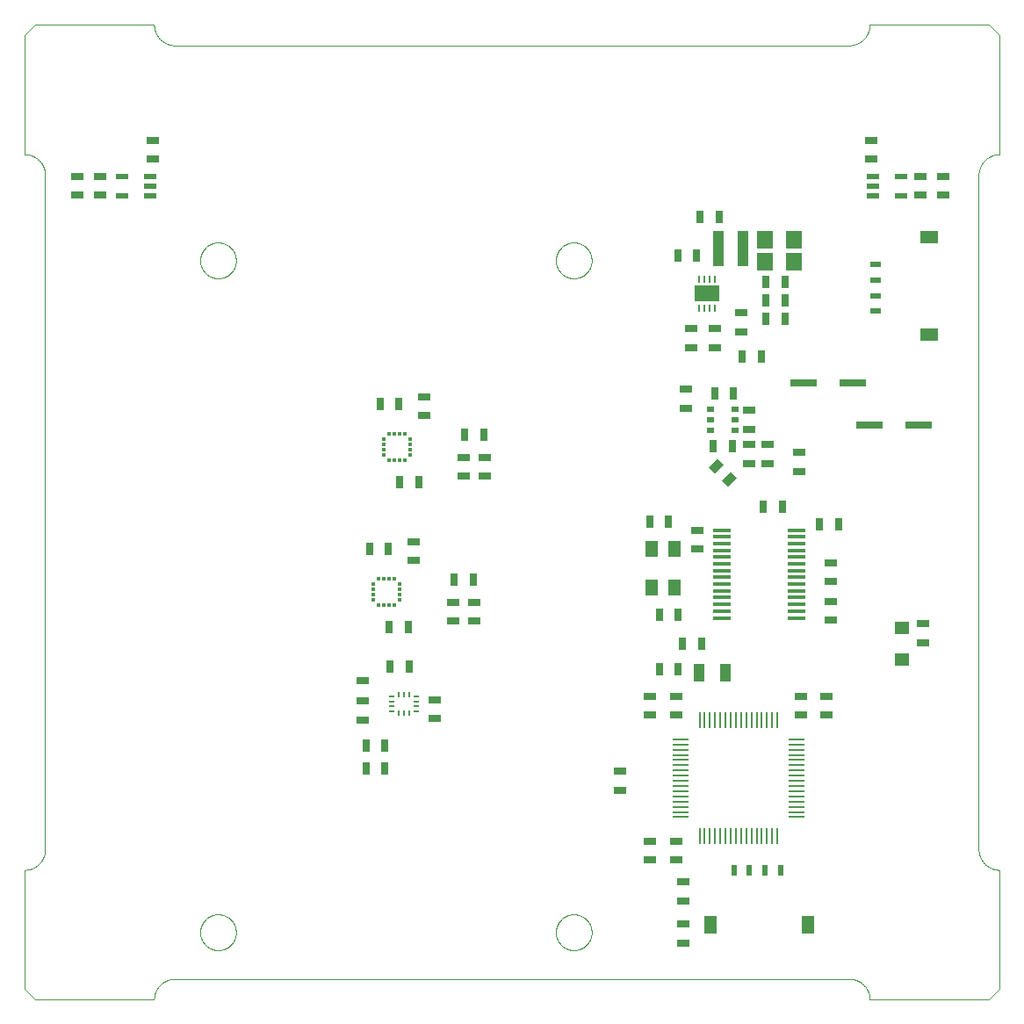
<source format=gtp>
G75*
%MOIN*%
%OFA0B0*%
%FSLAX25Y25*%
%IPPOS*%
%LPD*%
%AMOC8*
5,1,8,0,0,1.08239X$1,22.5*
%
%ADD10C,0.00000*%
%ADD11R,0.06102X0.00984*%
%ADD12R,0.00984X0.06102*%
%ADD13R,0.06890X0.01575*%
%ADD14R,0.03937X0.07087*%
%ADD15R,0.04724X0.03150*%
%ADD16R,0.03150X0.04724*%
%ADD17R,0.04921X0.06299*%
%ADD18R,0.00984X0.03937*%
%ADD19R,0.03937X0.00984*%
%ADD20R,0.04724X0.02362*%
%ADD21R,0.02362X0.03937*%
%ADD22R,0.04921X0.07087*%
%ADD23R,0.03937X0.02362*%
%ADD24R,0.07087X0.04921*%
%ADD25R,0.09370X0.06496*%
%ADD26R,0.00984X0.02756*%
%ADD27R,0.03858X0.13386*%
%ADD28R,0.06299X0.07087*%
%ADD29R,0.02756X0.02000*%
%ADD30R,0.10236X0.03150*%
%ADD31R,0.05512X0.04724*%
%ADD32R,0.00984X0.01870*%
%ADD33R,0.01870X0.00984*%
%ADD34R,0.05118X0.02756*%
%ADD35R,0.01770X0.01180*%
%ADD36R,0.01180X0.01770*%
D10*
X0087864Y0091801D02*
X0091801Y0087864D01*
X0137077Y0087864D01*
X0137079Y0088054D01*
X0137086Y0088244D01*
X0137098Y0088434D01*
X0137114Y0088624D01*
X0137134Y0088813D01*
X0137160Y0089002D01*
X0137189Y0089190D01*
X0137224Y0089377D01*
X0137263Y0089563D01*
X0137306Y0089748D01*
X0137354Y0089933D01*
X0137406Y0090116D01*
X0137462Y0090297D01*
X0137523Y0090477D01*
X0137589Y0090656D01*
X0137658Y0090833D01*
X0137732Y0091009D01*
X0137810Y0091182D01*
X0137893Y0091354D01*
X0137979Y0091523D01*
X0138069Y0091691D01*
X0138164Y0091856D01*
X0138262Y0092019D01*
X0138365Y0092179D01*
X0138471Y0092337D01*
X0138581Y0092492D01*
X0138694Y0092645D01*
X0138812Y0092795D01*
X0138933Y0092941D01*
X0139057Y0093085D01*
X0139185Y0093226D01*
X0139316Y0093364D01*
X0139451Y0093499D01*
X0139589Y0093630D01*
X0139730Y0093758D01*
X0139874Y0093882D01*
X0140020Y0094003D01*
X0140170Y0094121D01*
X0140323Y0094234D01*
X0140478Y0094344D01*
X0140636Y0094450D01*
X0140796Y0094553D01*
X0140959Y0094651D01*
X0141124Y0094746D01*
X0141292Y0094836D01*
X0141461Y0094922D01*
X0141633Y0095005D01*
X0141806Y0095083D01*
X0141982Y0095157D01*
X0142159Y0095226D01*
X0142338Y0095292D01*
X0142518Y0095353D01*
X0142699Y0095409D01*
X0142882Y0095461D01*
X0143067Y0095509D01*
X0143252Y0095552D01*
X0143438Y0095591D01*
X0143625Y0095626D01*
X0143813Y0095655D01*
X0144002Y0095681D01*
X0144191Y0095701D01*
X0144381Y0095717D01*
X0144571Y0095729D01*
X0144761Y0095736D01*
X0144951Y0095738D01*
X0400856Y0095738D01*
X0401046Y0095736D01*
X0401236Y0095729D01*
X0401426Y0095717D01*
X0401616Y0095701D01*
X0401805Y0095681D01*
X0401994Y0095655D01*
X0402182Y0095626D01*
X0402369Y0095591D01*
X0402555Y0095552D01*
X0402740Y0095509D01*
X0402925Y0095461D01*
X0403108Y0095409D01*
X0403289Y0095353D01*
X0403469Y0095292D01*
X0403648Y0095226D01*
X0403825Y0095157D01*
X0404001Y0095083D01*
X0404174Y0095005D01*
X0404346Y0094922D01*
X0404515Y0094836D01*
X0404683Y0094746D01*
X0404848Y0094651D01*
X0405011Y0094553D01*
X0405171Y0094450D01*
X0405329Y0094344D01*
X0405484Y0094234D01*
X0405637Y0094121D01*
X0405787Y0094003D01*
X0405933Y0093882D01*
X0406077Y0093758D01*
X0406218Y0093630D01*
X0406356Y0093499D01*
X0406491Y0093364D01*
X0406622Y0093226D01*
X0406750Y0093085D01*
X0406874Y0092941D01*
X0406995Y0092795D01*
X0407113Y0092645D01*
X0407226Y0092492D01*
X0407336Y0092337D01*
X0407442Y0092179D01*
X0407545Y0092019D01*
X0407643Y0091856D01*
X0407738Y0091691D01*
X0407828Y0091523D01*
X0407914Y0091354D01*
X0407997Y0091182D01*
X0408075Y0091009D01*
X0408149Y0090833D01*
X0408218Y0090656D01*
X0408284Y0090477D01*
X0408345Y0090297D01*
X0408401Y0090116D01*
X0408453Y0089933D01*
X0408501Y0089748D01*
X0408544Y0089563D01*
X0408583Y0089377D01*
X0408618Y0089190D01*
X0408647Y0089002D01*
X0408673Y0088813D01*
X0408693Y0088624D01*
X0408709Y0088434D01*
X0408721Y0088244D01*
X0408728Y0088054D01*
X0408730Y0087864D01*
X0454006Y0087864D01*
X0457943Y0091801D01*
X0457943Y0137077D01*
X0457753Y0137079D01*
X0457563Y0137086D01*
X0457373Y0137098D01*
X0457183Y0137114D01*
X0456994Y0137134D01*
X0456805Y0137160D01*
X0456617Y0137189D01*
X0456430Y0137224D01*
X0456244Y0137263D01*
X0456059Y0137306D01*
X0455874Y0137354D01*
X0455691Y0137406D01*
X0455510Y0137462D01*
X0455330Y0137523D01*
X0455151Y0137589D01*
X0454974Y0137658D01*
X0454798Y0137732D01*
X0454625Y0137810D01*
X0454453Y0137893D01*
X0454284Y0137979D01*
X0454116Y0138069D01*
X0453951Y0138164D01*
X0453788Y0138262D01*
X0453628Y0138365D01*
X0453470Y0138471D01*
X0453315Y0138581D01*
X0453162Y0138694D01*
X0453012Y0138812D01*
X0452866Y0138933D01*
X0452722Y0139057D01*
X0452581Y0139185D01*
X0452443Y0139316D01*
X0452308Y0139451D01*
X0452177Y0139589D01*
X0452049Y0139730D01*
X0451925Y0139874D01*
X0451804Y0140020D01*
X0451686Y0140170D01*
X0451573Y0140323D01*
X0451463Y0140478D01*
X0451357Y0140636D01*
X0451254Y0140796D01*
X0451156Y0140959D01*
X0451061Y0141124D01*
X0450971Y0141292D01*
X0450885Y0141461D01*
X0450802Y0141633D01*
X0450724Y0141806D01*
X0450650Y0141982D01*
X0450581Y0142159D01*
X0450515Y0142338D01*
X0450454Y0142518D01*
X0450398Y0142699D01*
X0450346Y0142882D01*
X0450298Y0143067D01*
X0450255Y0143252D01*
X0450216Y0143438D01*
X0450181Y0143625D01*
X0450152Y0143813D01*
X0450126Y0144002D01*
X0450106Y0144191D01*
X0450090Y0144381D01*
X0450078Y0144571D01*
X0450071Y0144761D01*
X0450069Y0144951D01*
X0450069Y0400856D01*
X0450071Y0401046D01*
X0450078Y0401236D01*
X0450090Y0401426D01*
X0450106Y0401616D01*
X0450126Y0401805D01*
X0450152Y0401994D01*
X0450181Y0402182D01*
X0450216Y0402369D01*
X0450255Y0402555D01*
X0450298Y0402740D01*
X0450346Y0402925D01*
X0450398Y0403108D01*
X0450454Y0403289D01*
X0450515Y0403469D01*
X0450581Y0403648D01*
X0450650Y0403825D01*
X0450724Y0404001D01*
X0450802Y0404174D01*
X0450885Y0404346D01*
X0450971Y0404515D01*
X0451061Y0404683D01*
X0451156Y0404848D01*
X0451254Y0405011D01*
X0451357Y0405171D01*
X0451463Y0405329D01*
X0451573Y0405484D01*
X0451686Y0405637D01*
X0451804Y0405787D01*
X0451925Y0405933D01*
X0452049Y0406077D01*
X0452177Y0406218D01*
X0452308Y0406356D01*
X0452443Y0406491D01*
X0452581Y0406622D01*
X0452722Y0406750D01*
X0452866Y0406874D01*
X0453012Y0406995D01*
X0453162Y0407113D01*
X0453315Y0407226D01*
X0453470Y0407336D01*
X0453628Y0407442D01*
X0453788Y0407545D01*
X0453951Y0407643D01*
X0454116Y0407738D01*
X0454284Y0407828D01*
X0454453Y0407914D01*
X0454625Y0407997D01*
X0454798Y0408075D01*
X0454974Y0408149D01*
X0455151Y0408218D01*
X0455330Y0408284D01*
X0455510Y0408345D01*
X0455691Y0408401D01*
X0455874Y0408453D01*
X0456059Y0408501D01*
X0456244Y0408544D01*
X0456430Y0408583D01*
X0456617Y0408618D01*
X0456805Y0408647D01*
X0456994Y0408673D01*
X0457183Y0408693D01*
X0457373Y0408709D01*
X0457563Y0408721D01*
X0457753Y0408728D01*
X0457943Y0408730D01*
X0457943Y0454006D01*
X0454006Y0457943D01*
X0408730Y0457943D01*
X0408728Y0457753D01*
X0408721Y0457563D01*
X0408709Y0457373D01*
X0408693Y0457183D01*
X0408673Y0456994D01*
X0408647Y0456805D01*
X0408618Y0456617D01*
X0408583Y0456430D01*
X0408544Y0456244D01*
X0408501Y0456059D01*
X0408453Y0455874D01*
X0408401Y0455691D01*
X0408345Y0455510D01*
X0408284Y0455330D01*
X0408218Y0455151D01*
X0408149Y0454974D01*
X0408075Y0454798D01*
X0407997Y0454625D01*
X0407914Y0454453D01*
X0407828Y0454284D01*
X0407738Y0454116D01*
X0407643Y0453951D01*
X0407545Y0453788D01*
X0407442Y0453628D01*
X0407336Y0453470D01*
X0407226Y0453315D01*
X0407113Y0453162D01*
X0406995Y0453012D01*
X0406874Y0452866D01*
X0406750Y0452722D01*
X0406622Y0452581D01*
X0406491Y0452443D01*
X0406356Y0452308D01*
X0406218Y0452177D01*
X0406077Y0452049D01*
X0405933Y0451925D01*
X0405787Y0451804D01*
X0405637Y0451686D01*
X0405484Y0451573D01*
X0405329Y0451463D01*
X0405171Y0451357D01*
X0405011Y0451254D01*
X0404848Y0451156D01*
X0404683Y0451061D01*
X0404515Y0450971D01*
X0404346Y0450885D01*
X0404174Y0450802D01*
X0404001Y0450724D01*
X0403825Y0450650D01*
X0403648Y0450581D01*
X0403469Y0450515D01*
X0403289Y0450454D01*
X0403108Y0450398D01*
X0402925Y0450346D01*
X0402740Y0450298D01*
X0402555Y0450255D01*
X0402369Y0450216D01*
X0402182Y0450181D01*
X0401994Y0450152D01*
X0401805Y0450126D01*
X0401616Y0450106D01*
X0401426Y0450090D01*
X0401236Y0450078D01*
X0401046Y0450071D01*
X0400856Y0450069D01*
X0144951Y0450069D01*
X0144761Y0450071D01*
X0144571Y0450078D01*
X0144381Y0450090D01*
X0144191Y0450106D01*
X0144002Y0450126D01*
X0143813Y0450152D01*
X0143625Y0450181D01*
X0143438Y0450216D01*
X0143252Y0450255D01*
X0143067Y0450298D01*
X0142882Y0450346D01*
X0142699Y0450398D01*
X0142518Y0450454D01*
X0142338Y0450515D01*
X0142159Y0450581D01*
X0141982Y0450650D01*
X0141806Y0450724D01*
X0141633Y0450802D01*
X0141461Y0450885D01*
X0141292Y0450971D01*
X0141124Y0451061D01*
X0140959Y0451156D01*
X0140796Y0451254D01*
X0140636Y0451357D01*
X0140478Y0451463D01*
X0140323Y0451573D01*
X0140170Y0451686D01*
X0140020Y0451804D01*
X0139874Y0451925D01*
X0139730Y0452049D01*
X0139589Y0452177D01*
X0139451Y0452308D01*
X0139316Y0452443D01*
X0139185Y0452581D01*
X0139057Y0452722D01*
X0138933Y0452866D01*
X0138812Y0453012D01*
X0138694Y0453162D01*
X0138581Y0453315D01*
X0138471Y0453470D01*
X0138365Y0453628D01*
X0138262Y0453788D01*
X0138164Y0453951D01*
X0138069Y0454116D01*
X0137979Y0454284D01*
X0137893Y0454453D01*
X0137810Y0454625D01*
X0137732Y0454798D01*
X0137658Y0454974D01*
X0137589Y0455151D01*
X0137523Y0455330D01*
X0137462Y0455510D01*
X0137406Y0455691D01*
X0137354Y0455874D01*
X0137306Y0456059D01*
X0137263Y0456244D01*
X0137224Y0456430D01*
X0137189Y0456617D01*
X0137160Y0456805D01*
X0137134Y0456994D01*
X0137114Y0457183D01*
X0137098Y0457373D01*
X0137086Y0457563D01*
X0137079Y0457753D01*
X0137077Y0457943D01*
X0091801Y0457943D01*
X0087864Y0454006D01*
X0087864Y0408730D01*
X0088054Y0408728D01*
X0088244Y0408721D01*
X0088434Y0408709D01*
X0088624Y0408693D01*
X0088813Y0408673D01*
X0089002Y0408647D01*
X0089190Y0408618D01*
X0089377Y0408583D01*
X0089563Y0408544D01*
X0089748Y0408501D01*
X0089933Y0408453D01*
X0090116Y0408401D01*
X0090297Y0408345D01*
X0090477Y0408284D01*
X0090656Y0408218D01*
X0090833Y0408149D01*
X0091009Y0408075D01*
X0091182Y0407997D01*
X0091354Y0407914D01*
X0091523Y0407828D01*
X0091691Y0407738D01*
X0091856Y0407643D01*
X0092019Y0407545D01*
X0092179Y0407442D01*
X0092337Y0407336D01*
X0092492Y0407226D01*
X0092645Y0407113D01*
X0092795Y0406995D01*
X0092941Y0406874D01*
X0093085Y0406750D01*
X0093226Y0406622D01*
X0093364Y0406491D01*
X0093499Y0406356D01*
X0093630Y0406218D01*
X0093758Y0406077D01*
X0093882Y0405933D01*
X0094003Y0405787D01*
X0094121Y0405637D01*
X0094234Y0405484D01*
X0094344Y0405329D01*
X0094450Y0405171D01*
X0094553Y0405011D01*
X0094651Y0404848D01*
X0094746Y0404683D01*
X0094836Y0404515D01*
X0094922Y0404346D01*
X0095005Y0404174D01*
X0095083Y0404001D01*
X0095157Y0403825D01*
X0095226Y0403648D01*
X0095292Y0403469D01*
X0095353Y0403289D01*
X0095409Y0403108D01*
X0095461Y0402925D01*
X0095509Y0402740D01*
X0095552Y0402555D01*
X0095591Y0402369D01*
X0095626Y0402182D01*
X0095655Y0401994D01*
X0095681Y0401805D01*
X0095701Y0401616D01*
X0095717Y0401426D01*
X0095729Y0401236D01*
X0095736Y0401046D01*
X0095738Y0400856D01*
X0095738Y0144951D01*
X0095736Y0144761D01*
X0095729Y0144571D01*
X0095717Y0144381D01*
X0095701Y0144191D01*
X0095681Y0144002D01*
X0095655Y0143813D01*
X0095626Y0143625D01*
X0095591Y0143438D01*
X0095552Y0143252D01*
X0095509Y0143067D01*
X0095461Y0142882D01*
X0095409Y0142699D01*
X0095353Y0142518D01*
X0095292Y0142338D01*
X0095226Y0142159D01*
X0095157Y0141982D01*
X0095083Y0141806D01*
X0095005Y0141633D01*
X0094922Y0141461D01*
X0094836Y0141292D01*
X0094746Y0141124D01*
X0094651Y0140959D01*
X0094553Y0140796D01*
X0094450Y0140636D01*
X0094344Y0140478D01*
X0094234Y0140323D01*
X0094121Y0140170D01*
X0094003Y0140020D01*
X0093882Y0139874D01*
X0093758Y0139730D01*
X0093630Y0139589D01*
X0093499Y0139451D01*
X0093364Y0139316D01*
X0093226Y0139185D01*
X0093085Y0139057D01*
X0092941Y0138933D01*
X0092795Y0138812D01*
X0092645Y0138694D01*
X0092492Y0138581D01*
X0092337Y0138471D01*
X0092179Y0138365D01*
X0092019Y0138262D01*
X0091856Y0138164D01*
X0091691Y0138069D01*
X0091523Y0137979D01*
X0091354Y0137893D01*
X0091182Y0137810D01*
X0091009Y0137732D01*
X0090833Y0137658D01*
X0090656Y0137589D01*
X0090477Y0137523D01*
X0090297Y0137462D01*
X0090116Y0137406D01*
X0089933Y0137354D01*
X0089748Y0137306D01*
X0089563Y0137263D01*
X0089377Y0137224D01*
X0089190Y0137189D01*
X0089002Y0137160D01*
X0088813Y0137134D01*
X0088624Y0137114D01*
X0088434Y0137098D01*
X0088244Y0137086D01*
X0088054Y0137079D01*
X0087864Y0137077D01*
X0087864Y0091801D01*
X0154593Y0113423D02*
X0154595Y0113590D01*
X0154601Y0113756D01*
X0154611Y0113923D01*
X0154626Y0114089D01*
X0154644Y0114254D01*
X0154667Y0114419D01*
X0154693Y0114584D01*
X0154723Y0114748D01*
X0154758Y0114911D01*
X0154797Y0115073D01*
X0154839Y0115234D01*
X0154885Y0115394D01*
X0154936Y0115553D01*
X0154990Y0115711D01*
X0155048Y0115867D01*
X0155110Y0116022D01*
X0155176Y0116175D01*
X0155245Y0116327D01*
X0155318Y0116476D01*
X0155395Y0116624D01*
X0155475Y0116770D01*
X0155559Y0116914D01*
X0155647Y0117056D01*
X0155737Y0117196D01*
X0155832Y0117333D01*
X0155929Y0117468D01*
X0156030Y0117601D01*
X0156134Y0117731D01*
X0156242Y0117859D01*
X0156352Y0117984D01*
X0156466Y0118106D01*
X0156582Y0118225D01*
X0156701Y0118341D01*
X0156823Y0118455D01*
X0156948Y0118565D01*
X0157076Y0118673D01*
X0157206Y0118777D01*
X0157339Y0118878D01*
X0157474Y0118975D01*
X0157611Y0119070D01*
X0157751Y0119160D01*
X0157893Y0119248D01*
X0158037Y0119332D01*
X0158183Y0119412D01*
X0158331Y0119489D01*
X0158480Y0119562D01*
X0158632Y0119631D01*
X0158785Y0119697D01*
X0158940Y0119759D01*
X0159096Y0119817D01*
X0159254Y0119871D01*
X0159413Y0119922D01*
X0159573Y0119968D01*
X0159734Y0120010D01*
X0159896Y0120049D01*
X0160059Y0120084D01*
X0160223Y0120114D01*
X0160388Y0120140D01*
X0160553Y0120163D01*
X0160718Y0120181D01*
X0160884Y0120196D01*
X0161051Y0120206D01*
X0161217Y0120212D01*
X0161384Y0120214D01*
X0161551Y0120212D01*
X0161717Y0120206D01*
X0161884Y0120196D01*
X0162050Y0120181D01*
X0162215Y0120163D01*
X0162380Y0120140D01*
X0162545Y0120114D01*
X0162709Y0120084D01*
X0162872Y0120049D01*
X0163034Y0120010D01*
X0163195Y0119968D01*
X0163355Y0119922D01*
X0163514Y0119871D01*
X0163672Y0119817D01*
X0163828Y0119759D01*
X0163983Y0119697D01*
X0164136Y0119631D01*
X0164288Y0119562D01*
X0164437Y0119489D01*
X0164585Y0119412D01*
X0164731Y0119332D01*
X0164875Y0119248D01*
X0165017Y0119160D01*
X0165157Y0119070D01*
X0165294Y0118975D01*
X0165429Y0118878D01*
X0165562Y0118777D01*
X0165692Y0118673D01*
X0165820Y0118565D01*
X0165945Y0118455D01*
X0166067Y0118341D01*
X0166186Y0118225D01*
X0166302Y0118106D01*
X0166416Y0117984D01*
X0166526Y0117859D01*
X0166634Y0117731D01*
X0166738Y0117601D01*
X0166839Y0117468D01*
X0166936Y0117333D01*
X0167031Y0117196D01*
X0167121Y0117056D01*
X0167209Y0116914D01*
X0167293Y0116770D01*
X0167373Y0116624D01*
X0167450Y0116476D01*
X0167523Y0116327D01*
X0167592Y0116175D01*
X0167658Y0116022D01*
X0167720Y0115867D01*
X0167778Y0115711D01*
X0167832Y0115553D01*
X0167883Y0115394D01*
X0167929Y0115234D01*
X0167971Y0115073D01*
X0168010Y0114911D01*
X0168045Y0114748D01*
X0168075Y0114584D01*
X0168101Y0114419D01*
X0168124Y0114254D01*
X0168142Y0114089D01*
X0168157Y0113923D01*
X0168167Y0113756D01*
X0168173Y0113590D01*
X0168175Y0113423D01*
X0168173Y0113256D01*
X0168167Y0113090D01*
X0168157Y0112923D01*
X0168142Y0112757D01*
X0168124Y0112592D01*
X0168101Y0112427D01*
X0168075Y0112262D01*
X0168045Y0112098D01*
X0168010Y0111935D01*
X0167971Y0111773D01*
X0167929Y0111612D01*
X0167883Y0111452D01*
X0167832Y0111293D01*
X0167778Y0111135D01*
X0167720Y0110979D01*
X0167658Y0110824D01*
X0167592Y0110671D01*
X0167523Y0110519D01*
X0167450Y0110370D01*
X0167373Y0110222D01*
X0167293Y0110076D01*
X0167209Y0109932D01*
X0167121Y0109790D01*
X0167031Y0109650D01*
X0166936Y0109513D01*
X0166839Y0109378D01*
X0166738Y0109245D01*
X0166634Y0109115D01*
X0166526Y0108987D01*
X0166416Y0108862D01*
X0166302Y0108740D01*
X0166186Y0108621D01*
X0166067Y0108505D01*
X0165945Y0108391D01*
X0165820Y0108281D01*
X0165692Y0108173D01*
X0165562Y0108069D01*
X0165429Y0107968D01*
X0165294Y0107871D01*
X0165157Y0107776D01*
X0165017Y0107686D01*
X0164875Y0107598D01*
X0164731Y0107514D01*
X0164585Y0107434D01*
X0164437Y0107357D01*
X0164288Y0107284D01*
X0164136Y0107215D01*
X0163983Y0107149D01*
X0163828Y0107087D01*
X0163672Y0107029D01*
X0163514Y0106975D01*
X0163355Y0106924D01*
X0163195Y0106878D01*
X0163034Y0106836D01*
X0162872Y0106797D01*
X0162709Y0106762D01*
X0162545Y0106732D01*
X0162380Y0106706D01*
X0162215Y0106683D01*
X0162050Y0106665D01*
X0161884Y0106650D01*
X0161717Y0106640D01*
X0161551Y0106634D01*
X0161384Y0106632D01*
X0161217Y0106634D01*
X0161051Y0106640D01*
X0160884Y0106650D01*
X0160718Y0106665D01*
X0160553Y0106683D01*
X0160388Y0106706D01*
X0160223Y0106732D01*
X0160059Y0106762D01*
X0159896Y0106797D01*
X0159734Y0106836D01*
X0159573Y0106878D01*
X0159413Y0106924D01*
X0159254Y0106975D01*
X0159096Y0107029D01*
X0158940Y0107087D01*
X0158785Y0107149D01*
X0158632Y0107215D01*
X0158480Y0107284D01*
X0158331Y0107357D01*
X0158183Y0107434D01*
X0158037Y0107514D01*
X0157893Y0107598D01*
X0157751Y0107686D01*
X0157611Y0107776D01*
X0157474Y0107871D01*
X0157339Y0107968D01*
X0157206Y0108069D01*
X0157076Y0108173D01*
X0156948Y0108281D01*
X0156823Y0108391D01*
X0156701Y0108505D01*
X0156582Y0108621D01*
X0156466Y0108740D01*
X0156352Y0108862D01*
X0156242Y0108987D01*
X0156134Y0109115D01*
X0156030Y0109245D01*
X0155929Y0109378D01*
X0155832Y0109513D01*
X0155737Y0109650D01*
X0155647Y0109790D01*
X0155559Y0109932D01*
X0155475Y0110076D01*
X0155395Y0110222D01*
X0155318Y0110370D01*
X0155245Y0110519D01*
X0155176Y0110671D01*
X0155110Y0110824D01*
X0155048Y0110979D01*
X0154990Y0111135D01*
X0154936Y0111293D01*
X0154885Y0111452D01*
X0154839Y0111612D01*
X0154797Y0111773D01*
X0154758Y0111935D01*
X0154723Y0112098D01*
X0154693Y0112262D01*
X0154667Y0112427D01*
X0154644Y0112592D01*
X0154626Y0112757D01*
X0154611Y0112923D01*
X0154601Y0113090D01*
X0154595Y0113256D01*
X0154593Y0113423D01*
X0289593Y0113423D02*
X0289595Y0113590D01*
X0289601Y0113756D01*
X0289611Y0113923D01*
X0289626Y0114089D01*
X0289644Y0114254D01*
X0289667Y0114419D01*
X0289693Y0114584D01*
X0289723Y0114748D01*
X0289758Y0114911D01*
X0289797Y0115073D01*
X0289839Y0115234D01*
X0289885Y0115394D01*
X0289936Y0115553D01*
X0289990Y0115711D01*
X0290048Y0115867D01*
X0290110Y0116022D01*
X0290176Y0116175D01*
X0290245Y0116327D01*
X0290318Y0116476D01*
X0290395Y0116624D01*
X0290475Y0116770D01*
X0290559Y0116914D01*
X0290647Y0117056D01*
X0290737Y0117196D01*
X0290832Y0117333D01*
X0290929Y0117468D01*
X0291030Y0117601D01*
X0291134Y0117731D01*
X0291242Y0117859D01*
X0291352Y0117984D01*
X0291466Y0118106D01*
X0291582Y0118225D01*
X0291701Y0118341D01*
X0291823Y0118455D01*
X0291948Y0118565D01*
X0292076Y0118673D01*
X0292206Y0118777D01*
X0292339Y0118878D01*
X0292474Y0118975D01*
X0292611Y0119070D01*
X0292751Y0119160D01*
X0292893Y0119248D01*
X0293037Y0119332D01*
X0293183Y0119412D01*
X0293331Y0119489D01*
X0293480Y0119562D01*
X0293632Y0119631D01*
X0293785Y0119697D01*
X0293940Y0119759D01*
X0294096Y0119817D01*
X0294254Y0119871D01*
X0294413Y0119922D01*
X0294573Y0119968D01*
X0294734Y0120010D01*
X0294896Y0120049D01*
X0295059Y0120084D01*
X0295223Y0120114D01*
X0295388Y0120140D01*
X0295553Y0120163D01*
X0295718Y0120181D01*
X0295884Y0120196D01*
X0296051Y0120206D01*
X0296217Y0120212D01*
X0296384Y0120214D01*
X0296551Y0120212D01*
X0296717Y0120206D01*
X0296884Y0120196D01*
X0297050Y0120181D01*
X0297215Y0120163D01*
X0297380Y0120140D01*
X0297545Y0120114D01*
X0297709Y0120084D01*
X0297872Y0120049D01*
X0298034Y0120010D01*
X0298195Y0119968D01*
X0298355Y0119922D01*
X0298514Y0119871D01*
X0298672Y0119817D01*
X0298828Y0119759D01*
X0298983Y0119697D01*
X0299136Y0119631D01*
X0299288Y0119562D01*
X0299437Y0119489D01*
X0299585Y0119412D01*
X0299731Y0119332D01*
X0299875Y0119248D01*
X0300017Y0119160D01*
X0300157Y0119070D01*
X0300294Y0118975D01*
X0300429Y0118878D01*
X0300562Y0118777D01*
X0300692Y0118673D01*
X0300820Y0118565D01*
X0300945Y0118455D01*
X0301067Y0118341D01*
X0301186Y0118225D01*
X0301302Y0118106D01*
X0301416Y0117984D01*
X0301526Y0117859D01*
X0301634Y0117731D01*
X0301738Y0117601D01*
X0301839Y0117468D01*
X0301936Y0117333D01*
X0302031Y0117196D01*
X0302121Y0117056D01*
X0302209Y0116914D01*
X0302293Y0116770D01*
X0302373Y0116624D01*
X0302450Y0116476D01*
X0302523Y0116327D01*
X0302592Y0116175D01*
X0302658Y0116022D01*
X0302720Y0115867D01*
X0302778Y0115711D01*
X0302832Y0115553D01*
X0302883Y0115394D01*
X0302929Y0115234D01*
X0302971Y0115073D01*
X0303010Y0114911D01*
X0303045Y0114748D01*
X0303075Y0114584D01*
X0303101Y0114419D01*
X0303124Y0114254D01*
X0303142Y0114089D01*
X0303157Y0113923D01*
X0303167Y0113756D01*
X0303173Y0113590D01*
X0303175Y0113423D01*
X0303173Y0113256D01*
X0303167Y0113090D01*
X0303157Y0112923D01*
X0303142Y0112757D01*
X0303124Y0112592D01*
X0303101Y0112427D01*
X0303075Y0112262D01*
X0303045Y0112098D01*
X0303010Y0111935D01*
X0302971Y0111773D01*
X0302929Y0111612D01*
X0302883Y0111452D01*
X0302832Y0111293D01*
X0302778Y0111135D01*
X0302720Y0110979D01*
X0302658Y0110824D01*
X0302592Y0110671D01*
X0302523Y0110519D01*
X0302450Y0110370D01*
X0302373Y0110222D01*
X0302293Y0110076D01*
X0302209Y0109932D01*
X0302121Y0109790D01*
X0302031Y0109650D01*
X0301936Y0109513D01*
X0301839Y0109378D01*
X0301738Y0109245D01*
X0301634Y0109115D01*
X0301526Y0108987D01*
X0301416Y0108862D01*
X0301302Y0108740D01*
X0301186Y0108621D01*
X0301067Y0108505D01*
X0300945Y0108391D01*
X0300820Y0108281D01*
X0300692Y0108173D01*
X0300562Y0108069D01*
X0300429Y0107968D01*
X0300294Y0107871D01*
X0300157Y0107776D01*
X0300017Y0107686D01*
X0299875Y0107598D01*
X0299731Y0107514D01*
X0299585Y0107434D01*
X0299437Y0107357D01*
X0299288Y0107284D01*
X0299136Y0107215D01*
X0298983Y0107149D01*
X0298828Y0107087D01*
X0298672Y0107029D01*
X0298514Y0106975D01*
X0298355Y0106924D01*
X0298195Y0106878D01*
X0298034Y0106836D01*
X0297872Y0106797D01*
X0297709Y0106762D01*
X0297545Y0106732D01*
X0297380Y0106706D01*
X0297215Y0106683D01*
X0297050Y0106665D01*
X0296884Y0106650D01*
X0296717Y0106640D01*
X0296551Y0106634D01*
X0296384Y0106632D01*
X0296217Y0106634D01*
X0296051Y0106640D01*
X0295884Y0106650D01*
X0295718Y0106665D01*
X0295553Y0106683D01*
X0295388Y0106706D01*
X0295223Y0106732D01*
X0295059Y0106762D01*
X0294896Y0106797D01*
X0294734Y0106836D01*
X0294573Y0106878D01*
X0294413Y0106924D01*
X0294254Y0106975D01*
X0294096Y0107029D01*
X0293940Y0107087D01*
X0293785Y0107149D01*
X0293632Y0107215D01*
X0293480Y0107284D01*
X0293331Y0107357D01*
X0293183Y0107434D01*
X0293037Y0107514D01*
X0292893Y0107598D01*
X0292751Y0107686D01*
X0292611Y0107776D01*
X0292474Y0107871D01*
X0292339Y0107968D01*
X0292206Y0108069D01*
X0292076Y0108173D01*
X0291948Y0108281D01*
X0291823Y0108391D01*
X0291701Y0108505D01*
X0291582Y0108621D01*
X0291466Y0108740D01*
X0291352Y0108862D01*
X0291242Y0108987D01*
X0291134Y0109115D01*
X0291030Y0109245D01*
X0290929Y0109378D01*
X0290832Y0109513D01*
X0290737Y0109650D01*
X0290647Y0109790D01*
X0290559Y0109932D01*
X0290475Y0110076D01*
X0290395Y0110222D01*
X0290318Y0110370D01*
X0290245Y0110519D01*
X0290176Y0110671D01*
X0290110Y0110824D01*
X0290048Y0110979D01*
X0289990Y0111135D01*
X0289936Y0111293D01*
X0289885Y0111452D01*
X0289839Y0111612D01*
X0289797Y0111773D01*
X0289758Y0111935D01*
X0289723Y0112098D01*
X0289693Y0112262D01*
X0289667Y0112427D01*
X0289644Y0112592D01*
X0289626Y0112757D01*
X0289611Y0112923D01*
X0289601Y0113090D01*
X0289595Y0113256D01*
X0289593Y0113423D01*
X0289593Y0368423D02*
X0289595Y0368590D01*
X0289601Y0368756D01*
X0289611Y0368923D01*
X0289626Y0369089D01*
X0289644Y0369254D01*
X0289667Y0369419D01*
X0289693Y0369584D01*
X0289723Y0369748D01*
X0289758Y0369911D01*
X0289797Y0370073D01*
X0289839Y0370234D01*
X0289885Y0370394D01*
X0289936Y0370553D01*
X0289990Y0370711D01*
X0290048Y0370867D01*
X0290110Y0371022D01*
X0290176Y0371175D01*
X0290245Y0371327D01*
X0290318Y0371476D01*
X0290395Y0371624D01*
X0290475Y0371770D01*
X0290559Y0371914D01*
X0290647Y0372056D01*
X0290737Y0372196D01*
X0290832Y0372333D01*
X0290929Y0372468D01*
X0291030Y0372601D01*
X0291134Y0372731D01*
X0291242Y0372859D01*
X0291352Y0372984D01*
X0291466Y0373106D01*
X0291582Y0373225D01*
X0291701Y0373341D01*
X0291823Y0373455D01*
X0291948Y0373565D01*
X0292076Y0373673D01*
X0292206Y0373777D01*
X0292339Y0373878D01*
X0292474Y0373975D01*
X0292611Y0374070D01*
X0292751Y0374160D01*
X0292893Y0374248D01*
X0293037Y0374332D01*
X0293183Y0374412D01*
X0293331Y0374489D01*
X0293480Y0374562D01*
X0293632Y0374631D01*
X0293785Y0374697D01*
X0293940Y0374759D01*
X0294096Y0374817D01*
X0294254Y0374871D01*
X0294413Y0374922D01*
X0294573Y0374968D01*
X0294734Y0375010D01*
X0294896Y0375049D01*
X0295059Y0375084D01*
X0295223Y0375114D01*
X0295388Y0375140D01*
X0295553Y0375163D01*
X0295718Y0375181D01*
X0295884Y0375196D01*
X0296051Y0375206D01*
X0296217Y0375212D01*
X0296384Y0375214D01*
X0296551Y0375212D01*
X0296717Y0375206D01*
X0296884Y0375196D01*
X0297050Y0375181D01*
X0297215Y0375163D01*
X0297380Y0375140D01*
X0297545Y0375114D01*
X0297709Y0375084D01*
X0297872Y0375049D01*
X0298034Y0375010D01*
X0298195Y0374968D01*
X0298355Y0374922D01*
X0298514Y0374871D01*
X0298672Y0374817D01*
X0298828Y0374759D01*
X0298983Y0374697D01*
X0299136Y0374631D01*
X0299288Y0374562D01*
X0299437Y0374489D01*
X0299585Y0374412D01*
X0299731Y0374332D01*
X0299875Y0374248D01*
X0300017Y0374160D01*
X0300157Y0374070D01*
X0300294Y0373975D01*
X0300429Y0373878D01*
X0300562Y0373777D01*
X0300692Y0373673D01*
X0300820Y0373565D01*
X0300945Y0373455D01*
X0301067Y0373341D01*
X0301186Y0373225D01*
X0301302Y0373106D01*
X0301416Y0372984D01*
X0301526Y0372859D01*
X0301634Y0372731D01*
X0301738Y0372601D01*
X0301839Y0372468D01*
X0301936Y0372333D01*
X0302031Y0372196D01*
X0302121Y0372056D01*
X0302209Y0371914D01*
X0302293Y0371770D01*
X0302373Y0371624D01*
X0302450Y0371476D01*
X0302523Y0371327D01*
X0302592Y0371175D01*
X0302658Y0371022D01*
X0302720Y0370867D01*
X0302778Y0370711D01*
X0302832Y0370553D01*
X0302883Y0370394D01*
X0302929Y0370234D01*
X0302971Y0370073D01*
X0303010Y0369911D01*
X0303045Y0369748D01*
X0303075Y0369584D01*
X0303101Y0369419D01*
X0303124Y0369254D01*
X0303142Y0369089D01*
X0303157Y0368923D01*
X0303167Y0368756D01*
X0303173Y0368590D01*
X0303175Y0368423D01*
X0303173Y0368256D01*
X0303167Y0368090D01*
X0303157Y0367923D01*
X0303142Y0367757D01*
X0303124Y0367592D01*
X0303101Y0367427D01*
X0303075Y0367262D01*
X0303045Y0367098D01*
X0303010Y0366935D01*
X0302971Y0366773D01*
X0302929Y0366612D01*
X0302883Y0366452D01*
X0302832Y0366293D01*
X0302778Y0366135D01*
X0302720Y0365979D01*
X0302658Y0365824D01*
X0302592Y0365671D01*
X0302523Y0365519D01*
X0302450Y0365370D01*
X0302373Y0365222D01*
X0302293Y0365076D01*
X0302209Y0364932D01*
X0302121Y0364790D01*
X0302031Y0364650D01*
X0301936Y0364513D01*
X0301839Y0364378D01*
X0301738Y0364245D01*
X0301634Y0364115D01*
X0301526Y0363987D01*
X0301416Y0363862D01*
X0301302Y0363740D01*
X0301186Y0363621D01*
X0301067Y0363505D01*
X0300945Y0363391D01*
X0300820Y0363281D01*
X0300692Y0363173D01*
X0300562Y0363069D01*
X0300429Y0362968D01*
X0300294Y0362871D01*
X0300157Y0362776D01*
X0300017Y0362686D01*
X0299875Y0362598D01*
X0299731Y0362514D01*
X0299585Y0362434D01*
X0299437Y0362357D01*
X0299288Y0362284D01*
X0299136Y0362215D01*
X0298983Y0362149D01*
X0298828Y0362087D01*
X0298672Y0362029D01*
X0298514Y0361975D01*
X0298355Y0361924D01*
X0298195Y0361878D01*
X0298034Y0361836D01*
X0297872Y0361797D01*
X0297709Y0361762D01*
X0297545Y0361732D01*
X0297380Y0361706D01*
X0297215Y0361683D01*
X0297050Y0361665D01*
X0296884Y0361650D01*
X0296717Y0361640D01*
X0296551Y0361634D01*
X0296384Y0361632D01*
X0296217Y0361634D01*
X0296051Y0361640D01*
X0295884Y0361650D01*
X0295718Y0361665D01*
X0295553Y0361683D01*
X0295388Y0361706D01*
X0295223Y0361732D01*
X0295059Y0361762D01*
X0294896Y0361797D01*
X0294734Y0361836D01*
X0294573Y0361878D01*
X0294413Y0361924D01*
X0294254Y0361975D01*
X0294096Y0362029D01*
X0293940Y0362087D01*
X0293785Y0362149D01*
X0293632Y0362215D01*
X0293480Y0362284D01*
X0293331Y0362357D01*
X0293183Y0362434D01*
X0293037Y0362514D01*
X0292893Y0362598D01*
X0292751Y0362686D01*
X0292611Y0362776D01*
X0292474Y0362871D01*
X0292339Y0362968D01*
X0292206Y0363069D01*
X0292076Y0363173D01*
X0291948Y0363281D01*
X0291823Y0363391D01*
X0291701Y0363505D01*
X0291582Y0363621D01*
X0291466Y0363740D01*
X0291352Y0363862D01*
X0291242Y0363987D01*
X0291134Y0364115D01*
X0291030Y0364245D01*
X0290929Y0364378D01*
X0290832Y0364513D01*
X0290737Y0364650D01*
X0290647Y0364790D01*
X0290559Y0364932D01*
X0290475Y0365076D01*
X0290395Y0365222D01*
X0290318Y0365370D01*
X0290245Y0365519D01*
X0290176Y0365671D01*
X0290110Y0365824D01*
X0290048Y0365979D01*
X0289990Y0366135D01*
X0289936Y0366293D01*
X0289885Y0366452D01*
X0289839Y0366612D01*
X0289797Y0366773D01*
X0289758Y0366935D01*
X0289723Y0367098D01*
X0289693Y0367262D01*
X0289667Y0367427D01*
X0289644Y0367592D01*
X0289626Y0367757D01*
X0289611Y0367923D01*
X0289601Y0368090D01*
X0289595Y0368256D01*
X0289593Y0368423D01*
X0154593Y0368423D02*
X0154595Y0368590D01*
X0154601Y0368756D01*
X0154611Y0368923D01*
X0154626Y0369089D01*
X0154644Y0369254D01*
X0154667Y0369419D01*
X0154693Y0369584D01*
X0154723Y0369748D01*
X0154758Y0369911D01*
X0154797Y0370073D01*
X0154839Y0370234D01*
X0154885Y0370394D01*
X0154936Y0370553D01*
X0154990Y0370711D01*
X0155048Y0370867D01*
X0155110Y0371022D01*
X0155176Y0371175D01*
X0155245Y0371327D01*
X0155318Y0371476D01*
X0155395Y0371624D01*
X0155475Y0371770D01*
X0155559Y0371914D01*
X0155647Y0372056D01*
X0155737Y0372196D01*
X0155832Y0372333D01*
X0155929Y0372468D01*
X0156030Y0372601D01*
X0156134Y0372731D01*
X0156242Y0372859D01*
X0156352Y0372984D01*
X0156466Y0373106D01*
X0156582Y0373225D01*
X0156701Y0373341D01*
X0156823Y0373455D01*
X0156948Y0373565D01*
X0157076Y0373673D01*
X0157206Y0373777D01*
X0157339Y0373878D01*
X0157474Y0373975D01*
X0157611Y0374070D01*
X0157751Y0374160D01*
X0157893Y0374248D01*
X0158037Y0374332D01*
X0158183Y0374412D01*
X0158331Y0374489D01*
X0158480Y0374562D01*
X0158632Y0374631D01*
X0158785Y0374697D01*
X0158940Y0374759D01*
X0159096Y0374817D01*
X0159254Y0374871D01*
X0159413Y0374922D01*
X0159573Y0374968D01*
X0159734Y0375010D01*
X0159896Y0375049D01*
X0160059Y0375084D01*
X0160223Y0375114D01*
X0160388Y0375140D01*
X0160553Y0375163D01*
X0160718Y0375181D01*
X0160884Y0375196D01*
X0161051Y0375206D01*
X0161217Y0375212D01*
X0161384Y0375214D01*
X0161551Y0375212D01*
X0161717Y0375206D01*
X0161884Y0375196D01*
X0162050Y0375181D01*
X0162215Y0375163D01*
X0162380Y0375140D01*
X0162545Y0375114D01*
X0162709Y0375084D01*
X0162872Y0375049D01*
X0163034Y0375010D01*
X0163195Y0374968D01*
X0163355Y0374922D01*
X0163514Y0374871D01*
X0163672Y0374817D01*
X0163828Y0374759D01*
X0163983Y0374697D01*
X0164136Y0374631D01*
X0164288Y0374562D01*
X0164437Y0374489D01*
X0164585Y0374412D01*
X0164731Y0374332D01*
X0164875Y0374248D01*
X0165017Y0374160D01*
X0165157Y0374070D01*
X0165294Y0373975D01*
X0165429Y0373878D01*
X0165562Y0373777D01*
X0165692Y0373673D01*
X0165820Y0373565D01*
X0165945Y0373455D01*
X0166067Y0373341D01*
X0166186Y0373225D01*
X0166302Y0373106D01*
X0166416Y0372984D01*
X0166526Y0372859D01*
X0166634Y0372731D01*
X0166738Y0372601D01*
X0166839Y0372468D01*
X0166936Y0372333D01*
X0167031Y0372196D01*
X0167121Y0372056D01*
X0167209Y0371914D01*
X0167293Y0371770D01*
X0167373Y0371624D01*
X0167450Y0371476D01*
X0167523Y0371327D01*
X0167592Y0371175D01*
X0167658Y0371022D01*
X0167720Y0370867D01*
X0167778Y0370711D01*
X0167832Y0370553D01*
X0167883Y0370394D01*
X0167929Y0370234D01*
X0167971Y0370073D01*
X0168010Y0369911D01*
X0168045Y0369748D01*
X0168075Y0369584D01*
X0168101Y0369419D01*
X0168124Y0369254D01*
X0168142Y0369089D01*
X0168157Y0368923D01*
X0168167Y0368756D01*
X0168173Y0368590D01*
X0168175Y0368423D01*
X0168173Y0368256D01*
X0168167Y0368090D01*
X0168157Y0367923D01*
X0168142Y0367757D01*
X0168124Y0367592D01*
X0168101Y0367427D01*
X0168075Y0367262D01*
X0168045Y0367098D01*
X0168010Y0366935D01*
X0167971Y0366773D01*
X0167929Y0366612D01*
X0167883Y0366452D01*
X0167832Y0366293D01*
X0167778Y0366135D01*
X0167720Y0365979D01*
X0167658Y0365824D01*
X0167592Y0365671D01*
X0167523Y0365519D01*
X0167450Y0365370D01*
X0167373Y0365222D01*
X0167293Y0365076D01*
X0167209Y0364932D01*
X0167121Y0364790D01*
X0167031Y0364650D01*
X0166936Y0364513D01*
X0166839Y0364378D01*
X0166738Y0364245D01*
X0166634Y0364115D01*
X0166526Y0363987D01*
X0166416Y0363862D01*
X0166302Y0363740D01*
X0166186Y0363621D01*
X0166067Y0363505D01*
X0165945Y0363391D01*
X0165820Y0363281D01*
X0165692Y0363173D01*
X0165562Y0363069D01*
X0165429Y0362968D01*
X0165294Y0362871D01*
X0165157Y0362776D01*
X0165017Y0362686D01*
X0164875Y0362598D01*
X0164731Y0362514D01*
X0164585Y0362434D01*
X0164437Y0362357D01*
X0164288Y0362284D01*
X0164136Y0362215D01*
X0163983Y0362149D01*
X0163828Y0362087D01*
X0163672Y0362029D01*
X0163514Y0361975D01*
X0163355Y0361924D01*
X0163195Y0361878D01*
X0163034Y0361836D01*
X0162872Y0361797D01*
X0162709Y0361762D01*
X0162545Y0361732D01*
X0162380Y0361706D01*
X0162215Y0361683D01*
X0162050Y0361665D01*
X0161884Y0361650D01*
X0161717Y0361640D01*
X0161551Y0361634D01*
X0161384Y0361632D01*
X0161217Y0361634D01*
X0161051Y0361640D01*
X0160884Y0361650D01*
X0160718Y0361665D01*
X0160553Y0361683D01*
X0160388Y0361706D01*
X0160223Y0361732D01*
X0160059Y0361762D01*
X0159896Y0361797D01*
X0159734Y0361836D01*
X0159573Y0361878D01*
X0159413Y0361924D01*
X0159254Y0361975D01*
X0159096Y0362029D01*
X0158940Y0362087D01*
X0158785Y0362149D01*
X0158632Y0362215D01*
X0158480Y0362284D01*
X0158331Y0362357D01*
X0158183Y0362434D01*
X0158037Y0362514D01*
X0157893Y0362598D01*
X0157751Y0362686D01*
X0157611Y0362776D01*
X0157474Y0362871D01*
X0157339Y0362968D01*
X0157206Y0363069D01*
X0157076Y0363173D01*
X0156948Y0363281D01*
X0156823Y0363391D01*
X0156701Y0363505D01*
X0156582Y0363621D01*
X0156466Y0363740D01*
X0156352Y0363862D01*
X0156242Y0363987D01*
X0156134Y0364115D01*
X0156030Y0364245D01*
X0155929Y0364378D01*
X0155832Y0364513D01*
X0155737Y0364650D01*
X0155647Y0364790D01*
X0155559Y0364932D01*
X0155475Y0365076D01*
X0155395Y0365222D01*
X0155318Y0365370D01*
X0155245Y0365519D01*
X0155176Y0365671D01*
X0155110Y0365824D01*
X0155048Y0365979D01*
X0154990Y0366135D01*
X0154936Y0366293D01*
X0154885Y0366452D01*
X0154839Y0366612D01*
X0154797Y0366773D01*
X0154758Y0366935D01*
X0154723Y0367098D01*
X0154693Y0367262D01*
X0154667Y0367427D01*
X0154644Y0367592D01*
X0154626Y0367757D01*
X0154611Y0367923D01*
X0154601Y0368090D01*
X0154595Y0368256D01*
X0154593Y0368423D01*
D11*
X0336856Y0186667D03*
X0336856Y0184699D03*
X0336856Y0182730D03*
X0336856Y0180762D03*
X0336856Y0178793D03*
X0336856Y0176825D03*
X0336856Y0174856D03*
X0336856Y0172888D03*
X0336856Y0170919D03*
X0336856Y0168951D03*
X0336856Y0166982D03*
X0336856Y0165014D03*
X0336856Y0163045D03*
X0336856Y0161077D03*
X0336856Y0159108D03*
X0336856Y0157140D03*
X0380951Y0157140D03*
X0380951Y0159108D03*
X0380951Y0161077D03*
X0380951Y0163045D03*
X0380951Y0165014D03*
X0380951Y0166982D03*
X0380951Y0168951D03*
X0380951Y0170919D03*
X0380951Y0172888D03*
X0380951Y0174856D03*
X0380951Y0176825D03*
X0380951Y0178793D03*
X0380951Y0180762D03*
X0380951Y0182730D03*
X0380951Y0184699D03*
X0380951Y0186667D03*
D12*
X0373667Y0193951D03*
X0371699Y0193951D03*
X0369730Y0193951D03*
X0367762Y0193951D03*
X0365793Y0193951D03*
X0363825Y0193951D03*
X0361856Y0193951D03*
X0359888Y0193951D03*
X0357919Y0193951D03*
X0355951Y0193951D03*
X0353982Y0193951D03*
X0352014Y0193951D03*
X0350045Y0193951D03*
X0348077Y0193951D03*
X0346108Y0193951D03*
X0344140Y0193951D03*
X0344140Y0149856D03*
X0346108Y0149856D03*
X0348077Y0149856D03*
X0350045Y0149856D03*
X0352014Y0149856D03*
X0353982Y0149856D03*
X0355951Y0149856D03*
X0357919Y0149856D03*
X0359888Y0149856D03*
X0361856Y0149856D03*
X0363825Y0149856D03*
X0365793Y0149856D03*
X0367762Y0149856D03*
X0369730Y0149856D03*
X0371699Y0149856D03*
X0373667Y0149856D03*
D13*
X0380951Y0232770D03*
X0380951Y0235329D03*
X0380951Y0237888D03*
X0380951Y0240447D03*
X0380951Y0243006D03*
X0380951Y0245565D03*
X0380951Y0248124D03*
X0380951Y0250683D03*
X0380951Y0253242D03*
X0380951Y0255801D03*
X0380951Y0258360D03*
X0380951Y0260919D03*
X0380951Y0263478D03*
X0380951Y0266037D03*
X0352604Y0266037D03*
X0352604Y0263478D03*
X0352604Y0260919D03*
X0352604Y0258360D03*
X0352604Y0255801D03*
X0352604Y0253242D03*
X0352604Y0250683D03*
X0352604Y0248124D03*
X0352604Y0245565D03*
X0352604Y0243006D03*
X0352604Y0240447D03*
X0352604Y0237888D03*
X0352604Y0235329D03*
X0352604Y0232770D03*
D14*
X0353825Y0211904D03*
X0343982Y0211904D03*
D15*
X0335281Y0202927D03*
X0335281Y0195841D03*
X0325439Y0195841D03*
X0325439Y0202927D03*
X0313904Y0174447D03*
X0313904Y0167360D03*
X0325439Y0147967D03*
X0325439Y0140880D03*
X0335281Y0140880D03*
X0337904Y0132447D03*
X0337904Y0125360D03*
X0337904Y0116447D03*
X0337904Y0109360D03*
X0335281Y0147967D03*
X0382526Y0195841D03*
X0392368Y0195841D03*
X0392368Y0202927D03*
X0382526Y0202927D03*
X0393844Y0231923D03*
X0393844Y0239010D03*
X0393844Y0246530D03*
X0393844Y0253616D03*
X0381904Y0288360D03*
X0381904Y0295447D03*
X0369904Y0298447D03*
X0362904Y0298447D03*
X0362904Y0304360D03*
X0362904Y0311447D03*
X0362904Y0291360D03*
X0369904Y0291360D03*
X0343254Y0266018D03*
X0343254Y0258931D03*
X0338904Y0312360D03*
X0338904Y0319447D03*
X0340904Y0335360D03*
X0340904Y0342447D03*
X0349904Y0342447D03*
X0349904Y0335360D03*
X0359904Y0341360D03*
X0359904Y0348447D03*
X0409154Y0406860D03*
X0409154Y0413947D03*
X0427904Y0400197D03*
X0427904Y0393110D03*
X0436654Y0393110D03*
X0436654Y0400197D03*
X0428904Y0230447D03*
X0428904Y0223360D03*
X0262644Y0286455D03*
X0262644Y0293541D03*
X0254691Y0293541D03*
X0254691Y0286455D03*
X0239573Y0309447D03*
X0239573Y0316533D03*
X0235573Y0261533D03*
X0235573Y0254447D03*
X0250691Y0238541D03*
X0250691Y0231455D03*
X0258644Y0231455D03*
X0258644Y0238541D03*
X0243732Y0201758D03*
X0243732Y0194671D03*
X0116654Y0393110D03*
X0116654Y0400197D03*
X0107904Y0400197D03*
X0107904Y0393110D03*
X0136654Y0406860D03*
X0136654Y0413947D03*
D16*
X0222998Y0314053D03*
X0230085Y0314053D03*
X0255085Y0302360D03*
X0262171Y0302360D03*
X0237486Y0284289D03*
X0230400Y0284289D03*
X0226085Y0259053D03*
X0218998Y0259053D03*
X0226400Y0229289D03*
X0233486Y0229289D03*
X0233807Y0214142D03*
X0226720Y0214142D03*
X0224697Y0184278D03*
X0224697Y0175528D03*
X0217610Y0175528D03*
X0217610Y0184278D03*
X0251085Y0247360D03*
X0258171Y0247360D03*
X0325262Y0269344D03*
X0332348Y0269344D03*
G36*
X0349842Y0287626D02*
X0347615Y0289853D01*
X0350954Y0293192D01*
X0353181Y0290965D01*
X0349842Y0287626D01*
G37*
G36*
X0354853Y0282615D02*
X0352626Y0284842D01*
X0355965Y0288181D01*
X0358192Y0285954D01*
X0354853Y0282615D01*
G37*
X0368360Y0274904D03*
X0375447Y0274904D03*
X0389730Y0268360D03*
X0396817Y0268360D03*
X0356447Y0297904D03*
X0349360Y0297904D03*
X0349860Y0317904D03*
X0356947Y0317904D03*
X0360360Y0331904D03*
X0367447Y0331904D03*
X0369360Y0346404D03*
X0369360Y0353404D03*
X0376447Y0353404D03*
X0376447Y0346404D03*
X0376447Y0360404D03*
X0369360Y0360404D03*
X0351447Y0384904D03*
X0344360Y0384904D03*
X0342947Y0370404D03*
X0335860Y0370404D03*
X0335951Y0233911D03*
X0328864Y0233911D03*
X0337722Y0223085D03*
X0335951Y0213242D03*
X0328864Y0213242D03*
X0344809Y0223085D03*
D17*
X0334770Y0244266D03*
X0326108Y0244266D03*
X0326108Y0258833D03*
X0334770Y0258833D03*
D18*
X0389022Y0268360D03*
D19*
X0393844Y0246215D03*
X0392373Y0195070D03*
X0325508Y0195148D03*
X0325308Y0148430D03*
X0343254Y0258616D03*
D20*
X0410089Y0392913D03*
X0410089Y0396654D03*
X0410089Y0400394D03*
X0420719Y0400394D03*
X0420719Y0392913D03*
X0135719Y0392913D03*
X0135719Y0396654D03*
X0135719Y0400394D03*
X0125089Y0400394D03*
X0125089Y0392913D03*
D21*
X0357187Y0136904D03*
X0363093Y0136904D03*
X0368998Y0136904D03*
X0374904Y0136904D03*
D22*
X0385159Y0116431D03*
X0348112Y0116431D03*
D23*
X0410904Y0349187D03*
X0410904Y0355093D03*
X0410904Y0360998D03*
X0410904Y0366904D03*
D24*
X0431376Y0377159D03*
X0431376Y0340112D03*
D25*
X0346904Y0355904D03*
D26*
X0347888Y0361415D03*
X0349856Y0361415D03*
X0345919Y0361415D03*
X0343951Y0361415D03*
X0343951Y0350392D03*
X0345919Y0350392D03*
X0347888Y0350392D03*
X0349856Y0350392D03*
D27*
X0351238Y0372904D03*
X0360569Y0372904D03*
D28*
X0368892Y0376404D03*
X0368892Y0367904D03*
X0379915Y0367904D03*
X0379915Y0376404D03*
D29*
X0357478Y0311841D03*
X0357478Y0307904D03*
X0357478Y0303967D03*
X0348329Y0303967D03*
X0348329Y0307904D03*
X0348329Y0311841D03*
D30*
X0383455Y0321904D03*
X0402352Y0321904D03*
X0408455Y0305904D03*
X0427352Y0305904D03*
D31*
X0420904Y0228809D03*
X0420904Y0216998D03*
D32*
X0233841Y0203717D03*
X0231872Y0203717D03*
X0229904Y0203717D03*
X0229904Y0196531D03*
X0231872Y0196531D03*
X0233841Y0196531D03*
D33*
X0236449Y0197171D03*
X0236449Y0199140D03*
X0236449Y0201108D03*
X0236449Y0203077D03*
X0227295Y0203077D03*
X0227295Y0201108D03*
X0227295Y0199140D03*
X0227295Y0197171D03*
D34*
X0216154Y0193923D03*
X0216154Y0201404D03*
X0216154Y0208884D03*
D35*
X0220278Y0239644D03*
X0220278Y0241612D03*
X0220278Y0243581D03*
X0220278Y0245549D03*
X0230317Y0245549D03*
X0230317Y0243581D03*
X0230317Y0241612D03*
X0230317Y0239644D03*
X0234317Y0294644D03*
X0234317Y0296612D03*
X0234317Y0298581D03*
X0234317Y0300549D03*
X0224278Y0300549D03*
X0224278Y0298581D03*
X0224278Y0296612D03*
X0224278Y0294644D03*
D36*
X0226344Y0292577D03*
X0228313Y0292577D03*
X0230281Y0292577D03*
X0232250Y0292577D03*
X0232250Y0302616D03*
X0230281Y0302616D03*
X0228313Y0302616D03*
X0226344Y0302616D03*
X0226281Y0247616D03*
X0224313Y0247616D03*
X0222344Y0247616D03*
X0228250Y0247616D03*
X0228250Y0237577D03*
X0226281Y0237577D03*
X0224313Y0237577D03*
X0222344Y0237577D03*
M02*

</source>
